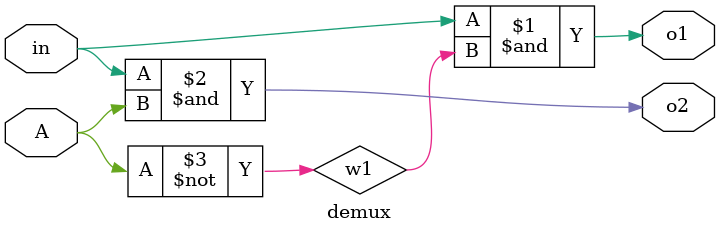
<source format=v>
module demux(o1, o2, in, A);
	output o1, o2;
	input in, A;
	
	wire w1;
	
	not (w1, A);
	and p1(o1, in, w1);
	and p2(o2, in, A);	
	
endmodule

</source>
